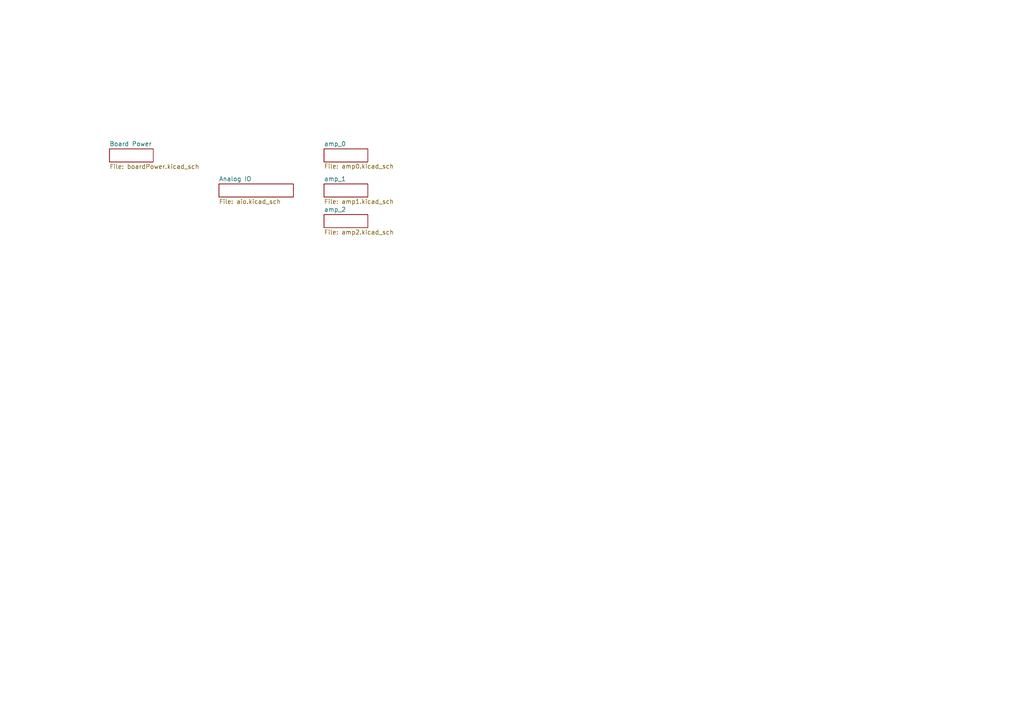
<source format=kicad_sch>
(kicad_sch
	(version 20231120)
	(generator "eeschema")
	(generator_version "8.0")
	(uuid "c6103430-c27a-4e90-8e2e-9404255f5ee3")
	(paper "A4")
	(lib_symbols)
	(sheet
		(at 93.98 43.18)
		(size 12.7 3.81)
		(stroke
			(width 0.1524)
			(type solid)
		)
		(fill
			(color 0 0 0 0.0000)
		)
		(uuid "4b870615-1fdd-4c38-ae2a-ce2f07b58b57")
		(property "Sheetname" "amp_0"
			(at 93.98 42.4684 0)
			(effects
				(font
					(size 1.27 1.27)
				)
				(justify left bottom)
			)
		)
		(property "Sheetfile" "amp0.kicad_sch"
			(at 93.98 47.498 0)
			(effects
				(font
					(size 1.27 1.27)
				)
				(justify left top)
			)
		)
		(instances
			(project "amp_board_rev2"
				(path "/c6103430-c27a-4e90-8e2e-9404255f5ee3"
					(page "5")
				)
			)
		)
	)
	(sheet
		(at 63.5 53.34)
		(size 21.59 3.81)
		(fields_autoplaced yes)
		(stroke
			(width 0.1524)
			(type solid)
		)
		(fill
			(color 0 0 0 0.0000)
		)
		(uuid "7c57c744-c249-4038-95bb-f0647f1e1f7f")
		(property "Sheetname" "Analog IO"
			(at 63.5 52.6284 0)
			(effects
				(font
					(size 1.27 1.27)
				)
				(justify left bottom)
			)
		)
		(property "Sheetfile" "aio.kicad_sch"
			(at 63.5 57.7346 0)
			(effects
				(font
					(size 1.27 1.27)
				)
				(justify left top)
			)
		)
		(instances
			(project "amp_board_rev2"
				(path "/c6103430-c27a-4e90-8e2e-9404255f5ee3"
					(page "3")
				)
			)
		)
	)
	(sheet
		(at 93.98 62.23)
		(size 12.7 3.81)
		(fields_autoplaced yes)
		(stroke
			(width 0.1524)
			(type solid)
		)
		(fill
			(color 0 0 0 0.0000)
		)
		(uuid "94465068-c3c9-432f-8cc2-1a38d23f76cc")
		(property "Sheetname" "amp_2"
			(at 93.98 61.5184 0)
			(effects
				(font
					(size 1.27 1.27)
				)
				(justify left bottom)
			)
		)
		(property "Sheetfile" "amp2.kicad_sch"
			(at 93.98 66.6246 0)
			(effects
				(font
					(size 1.27 1.27)
				)
				(justify left top)
			)
		)
		(instances
			(project "amp_board_rev2"
				(path "/c6103430-c27a-4e90-8e2e-9404255f5ee3"
					(page "6")
				)
			)
		)
	)
	(sheet
		(at 31.75 43.18)
		(size 12.7 3.81)
		(fields_autoplaced yes)
		(stroke
			(width 0.1524)
			(type solid)
		)
		(fill
			(color 0 0 0 0.0000)
		)
		(uuid "ab3d06fa-a7a0-4394-b6d7-1ca538756c6f")
		(property "Sheetname" "Board Power"
			(at 31.75 42.4684 0)
			(effects
				(font
					(size 1.27 1.27)
				)
				(justify left bottom)
			)
		)
		(property "Sheetfile" "boardPower.kicad_sch"
			(at 31.75 47.5746 0)
			(effects
				(font
					(size 1.27 1.27)
				)
				(justify left top)
			)
		)
		(instances
			(project "amp_board_rev2"
				(path "/c6103430-c27a-4e90-8e2e-9404255f5ee3"
					(page "2")
				)
			)
		)
	)
	(sheet
		(at 93.98 53.34)
		(size 12.7 3.81)
		(fields_autoplaced yes)
		(stroke
			(width 0.1524)
			(type solid)
		)
		(fill
			(color 0 0 0 0.0000)
		)
		(uuid "c5f8f1eb-735d-4b18-a79d-9c99ea47b523")
		(property "Sheetname" "amp_1"
			(at 93.98 52.6284 0)
			(effects
				(font
					(size 1.27 1.27)
				)
				(justify left bottom)
			)
		)
		(property "Sheetfile" "amp1.kicad_sch"
			(at 93.98 57.7346 0)
			(effects
				(font
					(size 1.27 1.27)
				)
				(justify left top)
			)
		)
		(instances
			(project "amp_board_rev2"
				(path "/c6103430-c27a-4e90-8e2e-9404255f5ee3"
					(page "4")
				)
			)
		)
	)
	(sheet_instances
		(path "/"
			(page "1")
		)
	)
)

</source>
